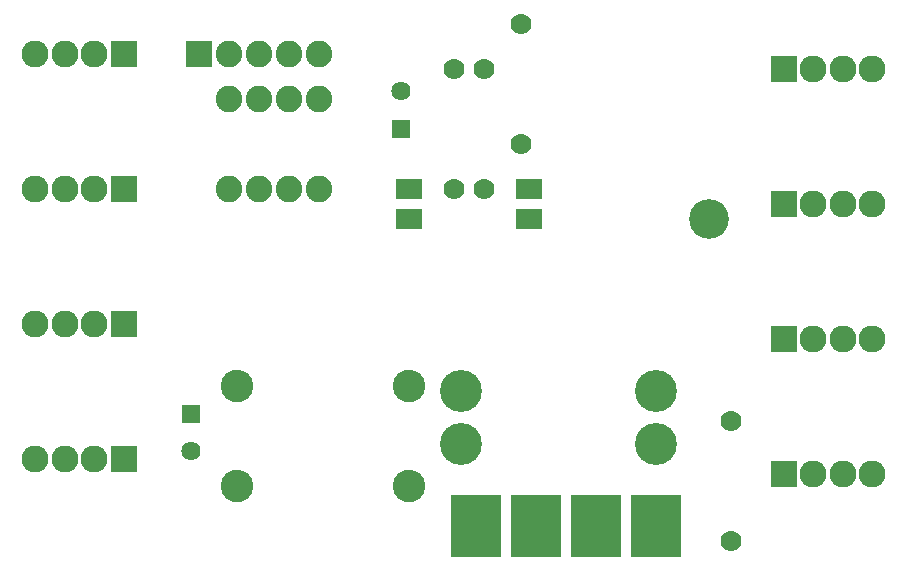
<source format=gbr>
G04 EasyPC Gerber Version 20.0.2 Build 4112 *
G04 #@! TF.Part,Single*
G04 #@! TF.FileFunction,Soldermask,Bot *
%FSLAX35Y35*%
%MOIN*%
G04 #@! TA.AperFunction,SMDPad*
%ADD128R,0.16748X0.20685*%
G04 #@! TA.AperFunction,ComponentPad*
%ADD118R,0.06400X0.06400*%
%ADD124R,0.08874X0.08874*%
%ADD121R,0.09000X0.09000*%
%ADD119C,0.06400*%
G04 #@! TD.AperFunction*
%ADD27C,0.07000*%
G04 #@! TA.AperFunction,ComponentPad*
%ADD123C,0.08874*%
%ADD122C,0.09000*%
%ADD117C,0.10843*%
G04 #@! TA.AperFunction,WasherPad*
%ADD116C,0.13205*%
G04 #@! TA.AperFunction,ComponentPad*
%ADD126C,0.13992*%
G04 #@! TA.AperFunction,SMDPad*
%ADD129R,0.09000X0.07000*%
X0Y0D02*
D02*
D27*
X150256Y127750D03*
Y167750D03*
X160256Y127750D03*
Y167750D03*
X172756Y142750D03*
Y182750D03*
X242756Y10250D03*
Y50250D03*
D02*
D116*
X235256Y117750D03*
D02*
D117*
X78169Y28695D03*
Y62159D03*
X135256Y28695D03*
Y62159D03*
D02*
D118*
X62756Y52750D03*
X132756Y147750D03*
D02*
D119*
X62756Y40250D03*
X132756Y160250D03*
D02*
D121*
X40256Y37750D03*
Y82750D03*
Y127750D03*
Y172750D03*
X260256Y32750D03*
Y77750D03*
Y122750D03*
Y167750D03*
D02*
D122*
X10728Y37750D03*
Y82750D03*
Y127750D03*
Y172750D03*
X20571Y37750D03*
Y82750D03*
Y127750D03*
Y172750D03*
X30413Y37750D03*
Y82750D03*
Y127750D03*
Y172750D03*
X270098Y32750D03*
Y77750D03*
Y122750D03*
Y167750D03*
X279941Y32750D03*
Y77750D03*
Y122750D03*
Y167750D03*
X289783Y32750D03*
Y77750D03*
Y122750D03*
Y167750D03*
D02*
D123*
X75222Y127750D03*
Y157750D03*
X75256Y172750D03*
X85222Y127750D03*
Y157750D03*
X85256Y172750D03*
X95222Y127750D03*
Y157750D03*
X95256Y172750D03*
X105222Y127750D03*
Y157750D03*
X105256Y172750D03*
D02*
D124*
X65256D03*
D02*
D126*
X152717Y60250D03*
X152756Y42750D03*
X217756Y60250D03*
X217795Y42750D03*
D02*
D128*
X157756Y15250D03*
X177756D03*
X197756D03*
X217756D03*
D02*
D129*
X135256Y117750D03*
Y127750D03*
X175256Y117750D03*
Y127750D03*
X0Y0D02*
M02*

</source>
